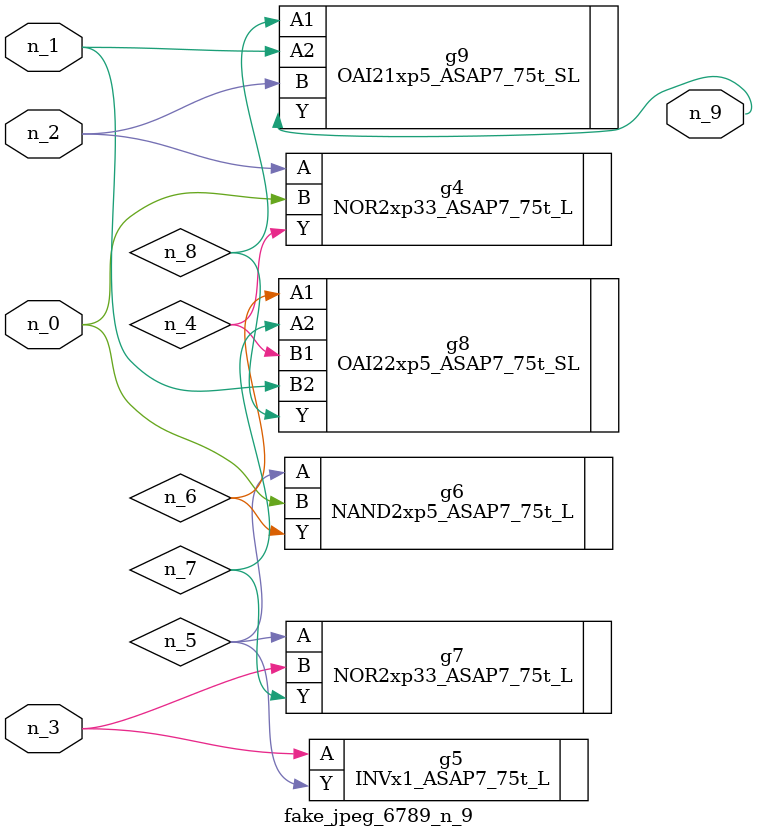
<source format=v>
module fake_jpeg_6789_n_9 (n_0, n_3, n_2, n_1, n_9);

input n_0;
input n_3;
input n_2;
input n_1;

output n_9;

wire n_4;
wire n_8;
wire n_6;
wire n_5;
wire n_7;

NOR2xp33_ASAP7_75t_L g4 ( 
.A(n_2),
.B(n_0),
.Y(n_4)
);

INVx1_ASAP7_75t_L g5 ( 
.A(n_3),
.Y(n_5)
);

NAND2xp5_ASAP7_75t_L g6 ( 
.A(n_5),
.B(n_0),
.Y(n_6)
);

OAI22xp5_ASAP7_75t_SL g8 ( 
.A1(n_6),
.A2(n_7),
.B1(n_4),
.B2(n_1),
.Y(n_8)
);

NOR2xp33_ASAP7_75t_L g7 ( 
.A(n_5),
.B(n_3),
.Y(n_7)
);

OAI21xp5_ASAP7_75t_SL g9 ( 
.A1(n_8),
.A2(n_1),
.B(n_2),
.Y(n_9)
);


endmodule
</source>
